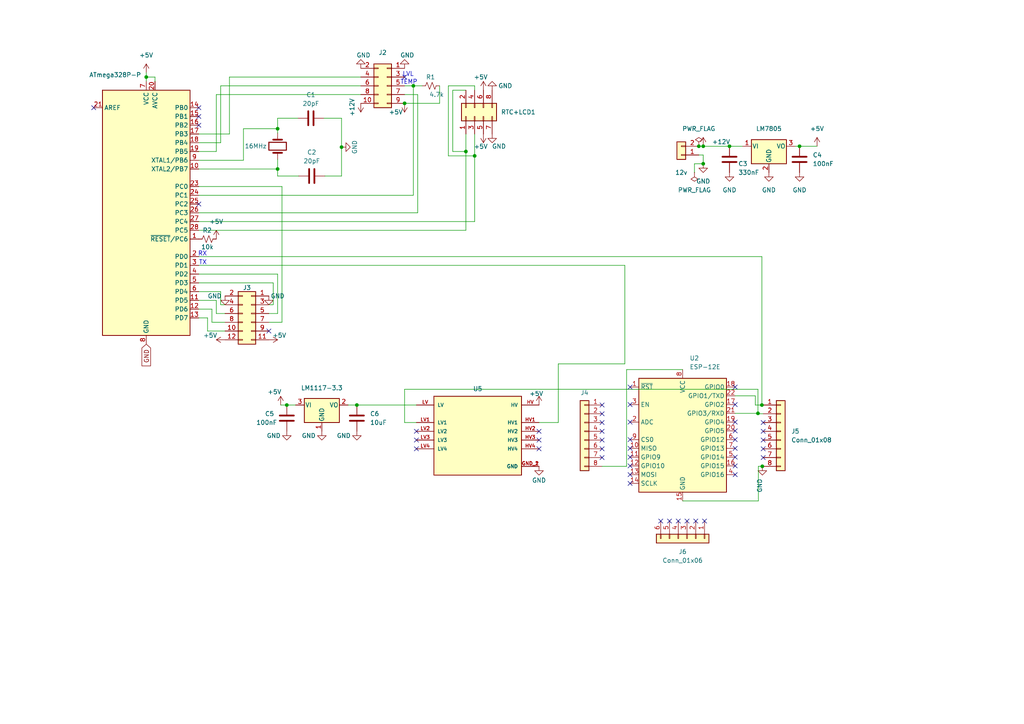
<source format=kicad_sch>
(kicad_sch (version 20211123) (generator eeschema)
  (paper "A4")
  (lib_symbols
    (symbol "BOB-12009:BOB-12009" (pin_names (offset 1.016))
      (property "Reference" "U" (at -12.7 11.43 0))
      (property "Value" "BOB-12009" (at -12.7 -15.24 0))
      (symbol "BOB-12009_0_0"
        (rectangle (start -12.7 -12.7) (end 12.7 10.16) (stroke (width 0.254)) (fill (type background)))
        (pin power_in line (at 17.78 -10.16 180) (length 5.08) (name "GND") (number "GND_1"))
        (pin power_in line (at 17.78 -10.16 180) (length 5.08) (name "GND") (number "GND_2"))
        (pin bidirectional line (at 17.78 7.62 180) (length 5.08) (name "HV") (number "HV"))
        (pin bidirectional line (at 17.78 2.54 180) (length 5.08) (name "HV1") (number "HV1"))
        (pin bidirectional line (at 17.78 0 180) (length 5.08) (name "HV2") (number "HV2"))
        (pin bidirectional line (at 17.78 -2.54 180) (length 5.08) (name "HV3") (number "HV3"))
        (pin bidirectional line (at 17.78 -5.08 180) (length 5.08) (name "HV4") (number "HV4"))
        (pin bidirectional line (at -17.78 7.62 0) (length 5.08) (name "LV") (number "LV"))
        (pin bidirectional line (at -17.78 2.54 0) (length 5.08) (name "LV1") (number "LV1"))
        (pin bidirectional line (at -17.78 0 0) (length 5.08) (name "LV2") (number "LV2"))
        (pin bidirectional line (at -17.78 -2.54 0) (length 5.08) (name "LV3") (number "LV3"))
        (pin bidirectional line (at -17.78 -5.08 0) (length 5.08) (name "LV4") (number "LV4"))
      )
    )
    (symbol "Conn_01x02_2" (pin_names (offset 1.016) hide)
      (property "Value" "12v" (at 0 5.08 0))
      (symbol "Conn_01x02_2_1_1"
        (rectangle (start -1.27 -2.413) (end 0 -2.667) (stroke (width 0.1524)))
        (rectangle (start -1.27 0.127) (end 0 -0.127) (stroke (width 0.1524)))
        (rectangle (start -1.27 1.27) (end 1.27 -3.81) (stroke (width 0.254)) (fill (type background)))
        (pin power_in line (at -5.08 0 0) (length 3.81) (name "Pin_1") (number "1"))
        (pin power_in line (at -5.08 -2.54 0) (length 3.81) (name "Pin_2") (number "2"))
      )
    )
    (symbol "Connector_Generic:Conn_01x06" (pin_names (offset 1.016) hide)
      (property "Reference" "J" (at 0 7.62 0))
      (property "Value" "Conn_01x06" (at 0 -10.16 0))
      (symbol "Conn_01x06_1_1"
        (rectangle (start -1.27 -7.493) (end 0 -7.747) (stroke (width 0.1524)))
        (rectangle (start -1.27 -4.953) (end 0 -5.207) (stroke (width 0.1524)))
        (rectangle (start -1.27 -2.413) (end 0 -2.667) (stroke (width 0.1524)))
        (rectangle (start -1.27 0.127) (end 0 -0.127) (stroke (width 0.1524)))
        (rectangle (start -1.27 2.667) (end 0 2.413) (stroke (width 0.1524)))
        (rectangle (start -1.27 5.207) (end 0 4.953) (stroke (width 0.1524)))
        (rectangle (start -1.27 6.35) (end 1.27 -8.89) (stroke (width 0.254)) (fill (type background)))
        (pin passive line (at -5.08 5.08 0) (length 3.81) (name "Pin_1") (number "1"))
        (pin passive line (at -5.08 2.54 0) (length 3.81) (name "Pin_2") (number "2"))
        (pin passive line (at -5.08 0 0) (length 3.81) (name "Pin_3") (number "3"))
        (pin passive line (at -5.08 -2.54 0) (length 3.81) (name "Pin_4") (number "4"))
        (pin passive line (at -5.08 -5.08 0) (length 3.81) (name "Pin_5") (number "5"))
        (pin passive line (at -5.08 -7.62 0) (length 3.81) (name "Pin_6") (number "6"))
      )
    )
    (symbol "Connector_Generic:Conn_01x08" (pin_names (offset 1.016) hide)
      (property "Reference" "J" (at 0 10.16 0))
      (property "Value" "Conn_01x08" (at 0 -12.7 0))
      (symbol "Conn_01x08_1_1"
        (rectangle (start -1.27 -10.033) (end 0 -10.287) (stroke (width 0.1524)))
        (rectangle (start -1.27 -7.493) (end 0 -7.747) (stroke (width 0.1524)))
        (rectangle (start -1.27 -4.953) (end 0 -5.207) (stroke (width 0.1524)))
        (rectangle (start -1.27 -2.413) (end 0 -2.667) (stroke (width 0.1524)))
        (rectangle (start -1.27 0.127) (end 0 -0.127) (stroke (width 0.1524)))
        (rectangle (start -1.27 2.667) (end 0 2.413) (stroke (width 0.1524)))
        (rectangle (start -1.27 5.207) (end 0 4.953) (stroke (width 0.1524)))
        (rectangle (start -1.27 7.747) (end 0 7.493) (stroke (width 0.1524)))
        (rectangle (start -1.27 8.89) (end 1.27 -11.43) (stroke (width 0.254)) (fill (type background)))
        (pin passive line (at -5.08 7.62 0) (length 3.81) (name "Pin_1") (number "1"))
        (pin passive line (at -5.08 5.08 0) (length 3.81) (name "Pin_2") (number "2"))
        (pin passive line (at -5.08 2.54 0) (length 3.81) (name "Pin_3") (number "3"))
        (pin passive line (at -5.08 0 0) (length 3.81) (name "Pin_4") (number "4"))
        (pin passive line (at -5.08 -2.54 0) (length 3.81) (name "Pin_5") (number "5"))
        (pin passive line (at -5.08 -5.08 0) (length 3.81) (name "Pin_6") (number "6"))
        (pin passive line (at -5.08 -7.62 0) (length 3.81) (name "Pin_7") (number "7"))
        (pin passive line (at -5.08 -10.16 0) (length 3.81) (name "Pin_8") (number "8"))
      )
    )
    (symbol "Connector_Generic:Conn_02x04_Odd_Even" (pin_names (offset 1.016) hide)
      (property "Reference" "J" (at 1.27 5.08 0))
      (property "Value" "Conn_02x04_Odd_Even" (at 1.27 -7.62 0))
      (symbol "Conn_02x04_Odd_Even_1_1"
        (rectangle (start -1.27 -4.953) (end 0 -5.207) (stroke (width 0.1524)))
        (rectangle (start -1.27 -2.413) (end 0 -2.667) (stroke (width 0.1524)))
        (rectangle (start -1.27 0.127) (end 0 -0.127) (stroke (width 0.1524)))
        (rectangle (start -1.27 2.667) (end 0 2.413) (stroke (width 0.1524)))
        (rectangle (start -1.27 3.81) (end 3.81 -6.35) (stroke (width 0.254)) (fill (type background)))
        (rectangle (start 3.81 -4.953) (end 2.54 -5.207) (stroke (width 0.1524)))
        (rectangle (start 3.81 -2.413) (end 2.54 -2.667) (stroke (width 0.1524)))
        (rectangle (start 3.81 0.127) (end 2.54 -0.127) (stroke (width 0.1524)))
        (rectangle (start 3.81 2.667) (end 2.54 2.413) (stroke (width 0.1524)))
        (pin passive line (at -5.08 2.54 0) (length 3.81) (name "Pin_1") (number "1"))
        (pin passive line (at 7.62 2.54 180) (length 3.81) (name "Pin_2") (number "2"))
        (pin passive line (at -5.08 0 0) (length 3.81) (name "Pin_3") (number "3"))
        (pin passive line (at 7.62 0 180) (length 3.81) (name "Pin_4") (number "4"))
        (pin passive line (at -5.08 -2.54 0) (length 3.81) (name "Pin_5") (number "5"))
        (pin passive line (at 7.62 -2.54 180) (length 3.81) (name "Pin_6") (number "6"))
        (pin passive line (at -5.08 -5.08 0) (length 3.81) (name "Pin_7") (number "7"))
        (pin passive line (at 7.62 -5.08 180) (length 3.81) (name "Pin_8") (number "8"))
      )
    )
    (symbol "Connector_Generic:Conn_02x05_Odd_Even" (pin_names (offset 1.016) hide)
      (property "Reference" "J" (at 1.27 7.62 0))
      (property "Value" "Conn_02x05_Odd_Even" (at 1.27 -7.62 0))
      (symbol "Conn_02x05_Odd_Even_1_1"
        (rectangle (start -1.27 -4.953) (end 0 -5.207) (stroke (width 0.1524)))
        (rectangle (start -1.27 -2.413) (end 0 -2.667) (stroke (width 0.1524)))
        (rectangle (start -1.27 0.127) (end 0 -0.127) (stroke (width 0.1524)))
        (rectangle (start -1.27 2.667) (end 0 2.413) (stroke (width 0.1524)))
        (rectangle (start -1.27 5.207) (end 0 4.953) (stroke (width 0.1524)))
        (rectangle (start -1.27 6.35) (end 3.81 -6.35) (stroke (width 0.254)) (fill (type background)))
        (rectangle (start 3.81 -4.953) (end 2.54 -5.207) (stroke (width 0.1524)))
        (rectangle (start 3.81 -2.413) (end 2.54 -2.667) (stroke (width 0.1524)))
        (rectangle (start 3.81 0.127) (end 2.54 -0.127) (stroke (width 0.1524)))
        (rectangle (start 3.81 2.667) (end 2.54 2.413) (stroke (width 0.1524)))
        (rectangle (start 3.81 5.207) (end 2.54 4.953) (stroke (width 0.1524)))
        (pin passive line (at -5.08 5.08 0) (length 3.81) (name "Pin_1") (number "1"))
        (pin passive line (at 7.62 -5.08 180) (length 3.81) (name "Pin_10") (number "10"))
        (pin passive line (at 7.62 5.08 180) (length 3.81) (name "Pin_2") (number "2"))
        (pin passive line (at -5.08 2.54 0) (length 3.81) (name "Pin_3") (number "3"))
        (pin passive line (at 7.62 2.54 180) (length 3.81) (name "Pin_4") (number "4"))
        (pin passive line (at -5.08 0 0) (length 3.81) (name "Pin_5") (number "5"))
        (pin passive line (at 7.62 0 180) (length 3.81) (name "Pin_6") (number "6"))
        (pin passive line (at -5.08 -2.54 0) (length 3.81) (name "Pin_7") (number "7"))
        (pin passive line (at 7.62 -2.54 180) (length 3.81) (name "Pin_8") (number "8"))
        (pin passive line (at -5.08 -5.08 0) (length 3.81) (name "Pin_9") (number "9"))
      )
    )
    (symbol "Connector_Generic:Conn_02x06_Odd_Even" (pin_names (offset 1.016) hide)
      (property "Reference" "J" (at 1.27 7.62 0))
      (property "Value" "Conn_02x06_Odd_Even" (at 1.27 -10.16 0))
      (symbol "Conn_02x06_Odd_Even_1_1"
        (rectangle (start -1.27 -7.493) (end 0 -7.747) (stroke (width 0.1524)))
        (rectangle (start -1.27 -4.953) (end 0 -5.207) (stroke (width 0.1524)))
        (rectangle (start -1.27 -2.413) (end 0 -2.667) (stroke (width 0.1524)))
        (rectangle (start -1.27 0.127) (end 0 -0.127) (stroke (width 0.1524)))
        (rectangle (start -1.27 2.667) (end 0 2.413) (stroke (width 0.1524)))
        (rectangle (start -1.27 5.207) (end 0 4.953) (stroke (width 0.1524)))
        (rectangle (start -1.27 6.35) (end 3.81 -8.89) (stroke (width 0.254)) (fill (type background)))
        (rectangle (start 3.81 -7.493) (end 2.54 -7.747) (stroke (width 0.1524)))
        (rectangle (start 3.81 -4.953) (end 2.54 -5.207) (stroke (width 0.1524)))
        (rectangle (start 3.81 -2.413) (end 2.54 -2.667) (stroke (width 0.1524)))
        (rectangle (start 3.81 0.127) (end 2.54 -0.127) (stroke (width 0.1524)))
        (rectangle (start 3.81 2.667) (end 2.54 2.413) (stroke (width 0.1524)))
        (rectangle (start 3.81 5.207) (end 2.54 4.953) (stroke (width 0.1524)))
        (pin passive line (at -5.08 5.08 0) (length 3.81) (name "Pin_1") (number "1"))
        (pin passive line (at 7.62 -5.08 180) (length 3.81) (name "Pin_10") (number "10"))
        (pin passive line (at -5.08 -7.62 0) (length 3.81) (name "Pin_11") (number "11"))
        (pin passive line (at 7.62 -7.62 180) (length 3.81) (name "Pin_12") (number "12"))
        (pin passive line (at 7.62 5.08 180) (length 3.81) (name "Pin_2") (number "2"))
        (pin passive line (at -5.08 2.54 0) (length 3.81) (name "Pin_3") (number "3"))
        (pin passive line (at 7.62 2.54 180) (length 3.81) (name "Pin_4") (number "4"))
        (pin passive line (at -5.08 0 0) (length 3.81) (name "Pin_5") (number "5"))
        (pin passive line (at 7.62 0 180) (length 3.81) (name "Pin_6") (number "6"))
        (pin passive line (at -5.08 -2.54 0) (length 3.81) (name "Pin_7") (number "7"))
        (pin passive line (at 7.62 -2.54 180) (length 3.81) (name "Pin_8") (number "8"))
        (pin passive line (at -5.08 -5.08 0) (length 3.81) (name "Pin_9") (number "9"))
      )
    )
    (symbol "Device:C" (pin_numbers hide) (pin_names (offset 0.254))
      (property "Reference" "C" (at 0.635 2.54 0))
      (property "Value" "C" (at 0.635 -2.54 0))
      (symbol "C_0_1"
        (polyline (pts (xy -2.032 -0.762) (xy 2.032 -0.762)) (stroke (width 0.508)))
        (polyline (pts (xy -2.032 0.762) (xy 2.032 0.762)) (stroke (width 0.508)))
      )
      (symbol "C_1_1"
        (pin passive line (at 0 3.81 270) (length 2.794) (name "~") (number "1"))
        (pin passive line (at 0 -3.81 90) (length 2.794) (name "~") (number "2"))
      )
    )
    (symbol "Device:Crystal" (pin_numbers hide) (pin_names (offset 1.016) hide)
      (property "Reference" "Y" (at 0 3.81 0))
      (property "Value" "Crystal" (at 0 -3.81 0))
      (symbol "Crystal_0_1"
        (rectangle (start -1.143 2.54) (end 1.143 -2.54) (stroke (width 0.3048)))
        (polyline (pts (xy -2.54 0) (xy -1.905 0)))
        (polyline (pts (xy -1.905 -1.27) (xy -1.905 1.27)) (stroke (width 0.508)))
        (polyline (pts (xy 1.905 -1.27) (xy 1.905 1.27)) (stroke (width 0.508)))
        (polyline (pts (xy 2.54 0) (xy 1.905 0)))
      )
      (symbol "Crystal_1_1"
        (pin passive line (at -3.81 0 0) (length 1.27) (name "1") (number "1"))
        (pin passive line (at 3.81 0 180) (length 1.27) (name "2") (number "2"))
      )
    )
    (symbol "Device:R_Small_US" (pin_numbers hide) (pin_names (offset 0.254) hide)
      (property "Reference" "R" (at 0.762 0.508 0))
      (property "Value" "R_Small_US" (at 0.762 -1.016 0))
      (symbol "R_Small_US_1_1"
        (polyline (pts (xy 0 0) (xy 1.016 -0.381) (xy 0 -0.762) (xy -1.016 -1.143) (xy 0 -1.524)))
        (polyline (pts (xy 0 1.524) (xy 1.016 1.143) (xy 0 0.762) (xy -1.016 0.381) (xy 0 0)))
        (pin passive line (at 0 2.54 270) (length 1.016) (name "~") (number "1"))
        (pin passive line (at 0 -2.54 90) (length 1.016) (name "~") (number "2"))
      )
    )
    (symbol "MCU_Microchip_ATmega:ATmega328P-P"
      (property "Reference" "U" (at -12.7 36.83 0))
      (property "Value" "ATmega328P-P" (at 2.54 -36.83 0))
      (symbol "ATmega328P-P_0_1"
        (rectangle (start -12.7 -35.56) (end 12.7 35.56) (stroke (width 0.254)) (fill (type background)))
      )
      (symbol "ATmega328P-P_1_1"
        (pin bidirectional line (at 15.24 -7.62 180) (length 2.54) (name "~{RESET}/PC6") (number "1"))
        (pin bidirectional line (at 15.24 12.7 180) (length 2.54) (name "XTAL2/PB7") (number "10"))
        (pin bidirectional line (at 15.24 -25.4 180) (length 2.54) (name "PD5") (number "11"))
        (pin bidirectional line (at 15.24 -27.94 180) (length 2.54) (name "PD6") (number "12"))
        (pin bidirectional line (at 15.24 -30.48 180) (length 2.54) (name "PD7") (number "13"))
        (pin bidirectional line (at 15.24 30.48 180) (length 2.54) (name "PB0") (number "14"))
        (pin bidirectional line (at 15.24 27.94 180) (length 2.54) (name "PB1") (number "15"))
        (pin bidirectional line (at 15.24 25.4 180) (length 2.54) (name "PB2") (number "16"))
        (pin bidirectional line (at 15.24 22.86 180) (length 2.54) (name "PB3") (number "17"))
        (pin bidirectional line (at 15.24 20.32 180) (length 2.54) (name "PB4") (number "18"))
        (pin bidirectional line (at 15.24 17.78 180) (length 2.54) (name "PB5") (number "19"))
        (pin bidirectional line (at 15.24 -12.7 180) (length 2.54) (name "PD0") (number "2"))
        (pin power_in line (at 2.54 38.1 270) (length 2.54) (name "AVCC") (number "20"))
        (pin passive line (at -15.24 30.48 0) (length 2.54) (name "AREF") (number "21"))
        (pin passive line (at 0 -38.1 90) (length 2.54) hide (name "GND") (number "22"))
        (pin bidirectional line (at 15.24 7.62 180) (length 2.54) (name "PC0") (number "23"))
        (pin bidirectional line (at 15.24 5.08 180) (length 2.54) (name "PC1") (number "24"))
        (pin bidirectional line (at 15.24 2.54 180) (length 2.54) (name "PC2") (number "25"))
        (pin bidirectional line (at 15.24 0 180) (length 2.54) (name "PC3") (number "26"))
        (pin bidirectional line (at 15.24 -2.54 180) (length 2.54) (name "PC4") (number "27"))
        (pin bidirectional line (at 15.24 -5.08 180) (length 2.54) (name "PC5") (number "28"))
        (pin bidirectional line (at 15.24 -15.24 180) (length 2.54) (name "PD1") (number "3"))
        (pin bidirectional line (at 15.24 -17.78 180) (length 2.54) (name "PD2") (number "4"))
        (pin bidirectional line (at 15.24 -20.32 180) (length 2.54) (name "PD3") (number "5"))
        (pin bidirectional line (at 15.24 -22.86 180) (length 2.54) (name "PD4") (number "6"))
        (pin power_in line (at 0 38.1 270) (length 2.54) (name "VCC") (number "7"))
        (pin power_in line (at 0 -38.1 90) (length 2.54) (name "GND") (number "8"))
        (pin bidirectional line (at 15.24 15.24 180) (length 2.54) (name "XTAL1/PB6") (number "9"))
      )
    )
    (symbol "RF_Module:ESP-12E"
      (property "Reference" "U" (at -12.7 19.05 0))
      (property "Value" "ESP-12E" (at 12.7 19.05 0))
      (symbol "ESP-12E_0_1"
        (rectangle (start -12.7 17.78) (end 12.7 -15.24) (stroke (width 0.254)) (fill (type background)))
      )
      (symbol "ESP-12E_1_1"
        (pin input line (at -15.24 15.24 0) (length 2.54) (name "~{RST}") (number "1"))
        (pin bidirectional line (at -15.24 -2.54 0) (length 2.54) (name "MISO") (number "10"))
        (pin bidirectional line (at -15.24 -5.08 0) (length 2.54) (name "GPIO9") (number "11"))
        (pin bidirectional line (at -15.24 -7.62 0) (length 2.54) (name "GPIO10") (number "12"))
        (pin bidirectional line (at -15.24 -10.16 0) (length 2.54) (name "MOSI") (number "13"))
        (pin bidirectional line (at -15.24 -12.7 0) (length 2.54) (name "SCLK") (number "14"))
        (pin power_in line (at 0 -17.78 90) (length 2.54) (name "GND") (number "15"))
        (pin bidirectional line (at 15.24 -7.62 180) (length 2.54) (name "GPIO15") (number "16"))
        (pin bidirectional line (at 15.24 10.16 180) (length 2.54) (name "GPIO2") (number "17"))
        (pin bidirectional line (at 15.24 15.24 180) (length 2.54) (name "GPIO0") (number "18"))
        (pin bidirectional line (at 15.24 5.08 180) (length 2.54) (name "GPIO4") (number "19"))
        (pin input line (at -15.24 5.08 0) (length 2.54) (name "ADC") (number "2"))
        (pin bidirectional line (at 15.24 2.54 180) (length 2.54) (name "GPIO5") (number "20"))
        (pin bidirectional line (at 15.24 7.62 180) (length 2.54) (name "GPIO3/RXD") (number "21"))
        (pin bidirectional line (at 15.24 12.7 180) (length 2.54) (name "GPIO1/TXD") (number "22"))
        (pin input line (at -15.24 10.16 0) (length 2.54) (name "EN") (number "3"))
        (pin bidirectional line (at 15.24 -10.16 180) (length 2.54) (name "GPIO16") (number "4"))
        (pin bidirectional line (at 15.24 -5.08 180) (length 2.54) (name "GPIO14") (number "5"))
        (pin bidirectional line (at 15.24 0 180) (length 2.54) (name "GPIO12") (number "6"))
        (pin bidirectional line (at 15.24 -2.54 180) (length 2.54) (name "GPIO13") (number "7"))
        (pin power_in line (at 0 20.32 270) (length 2.54) (name "VCC") (number "8"))
        (pin input line (at -15.24 0 0) (length 2.54) (name "CS0") (number "9"))
      )
    )
    (symbol "Regulator_Linear:LM1117-3.3" (pin_names (offset 0.254))
      (property "Reference" "U" (at -3.81 3.175 0))
      (property "Value" "LM1117-3.3" (at 0 3.175 0))
      (symbol "LM1117-3.3_0_1"
        (rectangle (start -5.08 -5.08) (end 5.08 1.905) (stroke (width 0.254)) (fill (type background)))
      )
      (symbol "LM1117-3.3_1_1"
        (pin power_in line (at 0 -7.62 90) (length 2.54) (name "GND") (number "1"))
        (pin power_out line (at 7.62 0 180) (length 2.54) (name "VO") (number "2"))
        (pin power_in line (at -7.62 0 0) (length 2.54) (name "VI") (number "3"))
      )
    )
    (symbol "Regulator_Linear:LM7805_TO220" (pin_names (offset 0.254))
      (property "Reference" "U" (at -3.81 3.175 0))
      (property "Value" "LM7805_TO220" (at 0 3.175 0))
      (symbol "LM7805_TO220_0_1"
        (rectangle (start -5.08 1.905) (end 5.08 -5.08) (stroke (width 0.254)) (fill (type background)))
      )
      (symbol "LM7805_TO220_1_1"
        (pin power_in line (at -7.62 0 0) (length 2.54) (name "VI") (number "1"))
        (pin power_in line (at 0 -7.62 90) (length 2.54) (name "GND") (number "2"))
        (pin power_out line (at 7.62 0 180) (length 2.54) (name "VO") (number "3"))
      )
    )
    (symbol "power:+12V" (power) (pin_names (offset 0))
      (property "Value" "+12V" (at 0 3.556 0))
      (symbol "+12V_0_1"
        (polyline (pts (xy -0.762 1.27) (xy 0 2.54)))
        (polyline (pts (xy 0 0) (xy 0 2.54)))
        (polyline (pts (xy 0 2.54) (xy 0.762 1.27)))
      )
      (symbol "+12V_1_1"
        (pin power_in line (at 0 0 90) (length 0) hide (name "+12V") (number "1"))
      )
    )
    (symbol "power:+5V" (power) (pin_names (offset 0))
      (property "Value" "+5V" (at 0 3.556 0))
      (symbol "+5V_0_1"
        (polyline (pts (xy -0.762 1.27) (xy 0 2.54)))
        (polyline (pts (xy 0 0) (xy 0 2.54)))
        (polyline (pts (xy 0 2.54) (xy 0.762 1.27)))
      )
      (symbol "+5V_1_1"
        (pin power_in line (at 0 0 90) (length 0) hide (name "+5V") (number "1"))
      )
    )
    (symbol "power:GND" (power) (pin_names (offset 0))
      (property "Value" "GND" (at 0 -3.81 0))
      (symbol "GND_0_1"
        (polyline (pts (xy 0 0) (xy 0 -1.27) (xy 1.27 -1.27) (xy 0 -2.54) (xy -1.27 -1.27) (xy 0 -1.27)))
      )
      (symbol "GND_1_1"
        (pin power_in line (at 0 0 270) (length 0) hide (name "GND") (number "1"))
      )
    )
    (symbol "power:PWR_FLAG" (power) (pin_numbers hide) (pin_names (offset 0) hide)
      (property "Value" "PWR_FLAG" (at 0 3.81 0))
      (symbol "PWR_FLAG_0_0"
        (pin power_out line (at 0 0 90) (length 0) (name "pwr") (number "1"))
      )
      (symbol "PWR_FLAG_0_1"
        (polyline (pts (xy 0 0) (xy 0 1.27) (xy -1.016 1.905) (xy 0 2.54) (xy 1.016 1.905) (xy 0 1.27)))
      )
    )
  )
  (junction (at 221.107 135.255))
  (junction (at 137.668 45.212))
  (junction (at 42.418 22.352))
  (junction (at 203.962 42.418))
  (junction (at 99.06 42.672))
  (junction (at 231.902 42.418))
  (junction (at 220.98 117.475))
  (junction (at 135.128 43.942))
  (junction (at 202.692 42.418))
  (junction (at 203.962 47.498))
  (junction (at 211.582 42.418))
  (junction (at 80.518 37.338))
  (junction (at 219.837 119.888))
  (junction (at 117.348 29.972))
  (junction (at 83.185 117.475))
  (junction (at 119.888 24.892))
  (junction (at 80.518 49.022))
  (junction (at 103.505 117.475))
  (no_connect (at 77.978 96.012))
  (no_connect (at 120.777 130.175))
  (no_connect (at 213.233 112.268))
  (no_connect (at 213.233 117.348))
  (no_connect (at 213.233 122.428))
  (no_connect (at 213.233 124.968))
  (no_connect (at 213.233 127.508))
  (no_connect (at 213.233 130.048))
  (no_connect (at 213.233 132.588))
  (no_connect (at 213.233 135.128))
  (no_connect (at 174.625 125.095))
  (no_connect (at 174.625 127.635))
  (no_connect (at 174.625 132.715))
  (no_connect (at 174.625 130.175))
  (no_connect (at 174.625 122.555))
  (no_connect (at 182.753 122.428))
  (no_connect (at 182.753 117.348))
  (no_connect (at 174.625 117.475))
  (no_connect (at 174.625 120.015))
  (no_connect (at 213.233 137.668))
  (no_connect (at 191.643 151.13))
  (no_connect (at 194.183 151.13))
  (no_connect (at 196.723 151.13))
  (no_connect (at 199.263 151.13))
  (no_connect (at 201.803 151.13))
  (no_connect (at 204.343 151.13))
  (no_connect (at 182.753 140.208))
  (no_connect (at 182.753 137.668))
  (no_connect (at 182.753 135.128))
  (no_connect (at 182.753 112.268))
  (no_connect (at 182.753 132.588))
  (no_connect (at 182.753 130.048))
  (no_connect (at 182.753 127.508))
  (no_connect (at 120.777 127.635))
  (no_connect (at 27.178 31.242))
  (no_connect (at 221.361 122.555))
  (no_connect (at 221.361 125.095))
  (no_connect (at 221.361 127.635))
  (no_connect (at 221.361 130.175))
  (no_connect (at 221.361 132.715))
  (no_connect (at 57.658 33.782))
  (no_connect (at 57.658 31.242))
  (no_connect (at 57.658 59.182))
  (no_connect (at 156.337 127.635))
  (no_connect (at 57.658 36.322))
  (no_connect (at 120.777 125.095))
  (no_connect (at 156.337 130.175))
  (no_connect (at 117.348 22.352))
  (no_connect (at 156.337 125.095))
  (wire (pts (xy 86.614 51.054) (xy 80.518 51.054)))
  (wire (pts (xy 57.658 76.962) (xy 181.229 76.962)))
  (wire (pts (xy 156.337 122.555) (xy 161.925 122.555)))
  (wire (pts (xy 197.993 145.288) (xy 219.964 145.288)))
  (wire (pts (xy 57.658 66.802) (xy 135.128 66.802)))
  (wire (pts (xy 57.658 61.722) (xy 121.158 61.722)))
  (wire (pts (xy 161.925 105.537) (xy 181.229 105.537)))
  (wire (pts (xy 61.468 89.662) (xy 57.658 89.662)))
  (wire (pts (xy 77.978 88.392) (xy 79.248 88.392)))
  (wire (pts (xy 119.888 24.892) (xy 122.428 24.892)))
  (wire (pts (xy 137.668 38.862) (xy 137.668 45.212)))
  (wire (pts (xy 127.508 29.972) (xy 117.348 29.972)))
  (wire (pts (xy 81.788 93.472) (xy 77.978 93.472)))
  (wire (pts (xy 42.418 22.352) (xy 42.418 23.622)))
  (wire (pts (xy 99.06 34.29) (xy 99.06 42.672)))
  (wire (pts (xy 57.658 82.042) (xy 79.248 82.042)))
  (wire (pts (xy 137.668 24.892) (xy 130.048 24.892)))
  (wire (pts (xy 219.964 135.255) (xy 221.107 135.255)))
  (wire (pts (xy 57.658 64.262) (xy 137.668 64.262)))
  (wire (pts (xy 57.658 46.482) (xy 70.612 46.482)))
  (wire (pts (xy 60.198 92.202) (xy 57.658 92.202)))
  (wire (pts (xy 80.518 51.054) (xy 80.518 49.022)))
  (wire (pts (xy 62.738 43.942) (xy 62.738 27.432)))
  (wire (pts (xy 83.185 117.475) (xy 85.725 117.475)))
  (wire (pts (xy 135.128 38.862) (xy 135.128 43.942)))
  (wire (pts (xy 57.658 41.402) (xy 64.008 41.402)))
  (wire (pts (xy 161.925 122.555) (xy 161.925 105.537)))
  (wire (pts (xy 213.233 119.888) (xy 219.837 119.888)))
  (wire (pts (xy 80.518 34.29) (xy 80.518 37.338)))
  (wire (pts (xy 203.962 42.418) (xy 211.582 42.418)))
  (wire (pts (xy 57.658 43.942) (xy 62.738 43.942)))
  (wire (pts (xy 44.958 23.622) (xy 44.958 22.352)))
  (wire (pts (xy 117.348 112.903) (xy 219.837 112.903)))
  (wire (pts (xy 220.98 117.475) (xy 221.361 117.475)))
  (wire (pts (xy 202.692 42.418) (xy 203.962 42.418)))
  (wire (pts (xy 117.348 24.892) (xy 119.888 24.892)))
  (wire (pts (xy 64.008 88.392) (xy 65.278 88.392)))
  (wire (pts (xy 131.318 26.162) (xy 131.318 43.942)))
  (wire (pts (xy 130.048 45.212) (xy 137.668 45.212)))
  (wire (pts (xy 117.348 122.555) (xy 120.777 122.555)))
  (wire (pts (xy 211.582 42.418) (xy 215.392 42.418)))
  (wire (pts (xy 57.658 79.502) (xy 80.518 79.502)))
  (wire (pts (xy 99.06 51.054) (xy 99.06 42.672)))
  (wire (pts (xy 203.962 47.498) (xy 203.962 44.958)))
  (wire (pts (xy 181.737 135.255) (xy 181.737 107.188)))
  (wire (pts (xy 62.738 87.122) (xy 57.658 87.122)))
  (wire (pts (xy 181.737 107.188) (xy 197.993 107.188)))
  (wire (pts (xy 61.468 93.472) (xy 65.278 93.472)))
  (wire (pts (xy 121.158 27.432) (xy 121.158 61.722)))
  (wire (pts (xy 62.738 27.432) (xy 104.648 27.432)))
  (wire (pts (xy 80.518 49.022) (xy 57.658 49.022)))
  (wire (pts (xy 81.788 54.102) (xy 81.788 93.472)))
  (wire (pts (xy 70.612 46.482) (xy 70.612 37.338)))
  (wire (pts (xy 57.658 74.422) (xy 220.98 74.422)))
  (wire (pts (xy 219.837 112.903) (xy 219.837 119.888)))
  (wire (pts (xy 181.229 105.537) (xy 181.229 76.962)))
  (wire (pts (xy 64.008 84.582) (xy 57.658 84.582)))
  (wire (pts (xy 57.658 54.102) (xy 81.788 54.102)))
  (wire (pts (xy 86.36 34.29) (xy 80.518 34.29)))
  (wire (pts (xy 201.422 50.038) (xy 201.422 47.498)))
  (wire (pts (xy 77.978 90.932) (xy 80.518 90.932)))
  (wire (pts (xy 80.518 37.338) (xy 70.612 37.338)))
  (wire (pts (xy 119.888 24.892) (xy 119.888 56.642)))
  (wire (pts (xy 221.107 135.255) (xy 221.361 135.255)))
  (wire (pts (xy 219.075 117.475) (xy 220.98 117.475)))
  (wire (pts (xy 202.692 44.958) (xy 203.962 44.958)))
  (wire (pts (xy 80.518 38.608) (xy 80.518 37.338)))
  (wire (pts (xy 220.98 74.422) (xy 220.98 117.475)))
  (wire (pts (xy 64.008 88.392) (xy 64.008 84.582)))
  (wire (pts (xy 135.128 43.942) (xy 135.128 66.802)))
  (wire (pts (xy 219.837 120.015) (xy 221.361 120.015)))
  (wire (pts (xy 60.198 96.012) (xy 65.278 96.012)))
  (wire (pts (xy 135.128 26.162) (xy 131.318 26.162)))
  (wire (pts (xy 81.407 117.475) (xy 83.185 117.475)))
  (wire (pts (xy 104.648 22.352) (xy 66.548 22.352)))
  (wire (pts (xy 230.632 42.418) (xy 231.902 42.418)))
  (wire (pts (xy 80.518 79.502) (xy 80.518 90.932)))
  (wire (pts (xy 117.348 27.432) (xy 121.158 27.432)))
  (wire (pts (xy 42.418 22.352) (xy 44.958 22.352)))
  (wire (pts (xy 66.548 22.352) (xy 66.548 38.862)))
  (wire (pts (xy 62.738 87.122) (xy 62.738 90.932)))
  (wire (pts (xy 64.008 24.892) (xy 104.648 24.892)))
  (wire (pts (xy 100.965 117.475) (xy 103.505 117.475)))
  (wire (pts (xy 117.348 112.903) (xy 117.348 122.555)))
  (wire (pts (xy 61.468 93.472) (xy 61.468 89.662)))
  (wire (pts (xy 65.278 90.932) (xy 62.738 90.932)))
  (wire (pts (xy 60.198 96.012) (xy 60.198 92.202)))
  (wire (pts (xy 219.837 119.888) (xy 219.837 120.015)))
  (wire (pts (xy 231.902 42.418) (xy 236.982 42.418)))
  (wire (pts (xy 64.008 41.402) (xy 64.008 24.892)))
  (wire (pts (xy 137.668 26.162) (xy 137.668 24.892)))
  (wire (pts (xy 201.422 47.498) (xy 203.962 47.498)))
  (wire (pts (xy 103.505 117.475) (xy 120.777 117.475)))
  (wire (pts (xy 57.658 38.862) (xy 66.548 38.862)))
  (wire (pts (xy 94.234 51.054) (xy 99.06 51.054)))
  (wire (pts (xy 127.508 24.892) (xy 127.508 29.972)))
  (wire (pts (xy 174.625 135.255) (xy 181.737 135.255)))
  (wire (pts (xy 79.248 88.392) (xy 79.248 82.042)))
  (wire (pts (xy 130.048 24.892) (xy 130.048 45.212)))
  (wire (pts (xy 137.668 45.212) (xy 137.668 64.262)))
  (wire (pts (xy 57.658 56.642) (xy 119.888 56.642)))
  (wire (pts (xy 219.075 114.808) (xy 219.075 117.475)))
  (wire (pts (xy 213.233 114.808) (xy 219.075 114.808)))
  (wire (pts (xy 42.418 21.082) (xy 42.418 22.352)))
  (wire (pts (xy 131.318 43.942) (xy 135.128 43.942)))
  (wire (pts (xy 93.98 34.29) (xy 99.06 34.29)))
  (wire (pts (xy 80.518 46.228) (xy 80.518 49.022)))
  (wire (pts (xy 219.964 145.288) (xy 219.964 135.255)))
  (text "RX" (at 57.404 74.422 0) (effects (font (size 1.27 1.27)) (justify left bottom)))
  (text "LVL" (at 116.713 22.352 0) (effects (font (size 1.27 1.27)) (justify left bottom)))
  (text "TEMP\n" (at 116.078 24.638 0) (effects (font (size 1.27 1.27)) (justify left bottom)))
  (text "TX" (at 57.658 76.962 0) (effects (font (size 1.27 1.27)) (justify left bottom)))
  (global_label "GND" (shape input) (at 42.418 99.822 270) (property "Intersheet References" "${INTERSHEET_REFS}" (effects hide)))
  (symbol (lib_id "power:GND") (at 77.978 85.852 0) (unit 1)
    (property "Reference" "#PWR0106" (effects hide))
    (property "Value" "GND" (at 80.518 85.852 0))
  )
  (symbol (lib_id "power:GND") (at 142.748 38.862 0) (unit 1)
    (property "Reference" "#PWR0114" (effects hide))
    (property "Value" "GND" (at 144.7292 42.4434 0))
  )
  (symbol (lib_id "power:GND") (at 99.06 42.672 90) (unit 1)
    (property "Reference" "#PWR01" (effects hide))
    (property "Value" "GND" (at 102.87 42.672 0))
  )
  (symbol (lib_id "power:GND") (at 156.337 135.255 0) (unit 1)
    (property "Reference" "#PWR0132" (effects hide))
    (property "Value" "GND" (at 156.337 139.319 0))
  )
  (symbol (lib_id "BOB-12009:BOB-12009") (at 138.557 125.095 0) (unit 1)
    (property "Reference" "U5" (at 138.557 112.776 0))
    (property "Value" "BOB-12009" (effects hide))
    (property "Footprint" "CONV_BOB-12009" (effects hide))
    (property "STANDARD" "Manufacturer Recommendations" (effects hide))
    (property "PARTREV" "01" (effects hide))
    (property "MAXIMUM_PACKAGE_HEIGHT" "N/A" (effects hide))
    (property "MANUFACTURER" "SparkFun Electronics" (effects hide))
  )
  (symbol (lib_id "Connector_Generic:Conn_01x08") (at 226.441 125.095 0) (unit 1)
    (property "Reference" "J5" (at 229.489 125.0949 0) (effects (justify left)))
    (property "Value" "Conn_01x08" (at 229.489 127.6349 0) (effects (justify left)))
    (property "Footprint" "Connector_PinSocket_2.54mm:PinSocket_1x08_P2.54mm_Vertical" (effects hide))
  )
  (symbol (lib_id "power:+5V") (at 81.407 117.475 0) (unit 1)
    (property "Reference" "#PWR0123" (effects hide))
    (property "Value" "+5V" (at 81.661 113.665 0) (effects (justify right)))
  )
  (symbol (lib_id "Connector_Generic:Conn_02x04_Odd_Even") (at 137.668 33.782 90) (unit 1)
    (property "Reference" "RTC+LCD1" (at 145.288 32.5119 90) (effects (justify right)))
    (property "Value" "Conn_02x04_Odd_Even" (effects hide))
    (property "Footprint" "Connector_PinHeader_2.54mm:PinHeader_2x04_P2.54mm_Vertical" (effects hide))
  )
  (symbol (lib_id "Device:R_Small_US") (at 60.198 69.342 90) (unit 1)
    (property "Reference" "R2" (at 61.468 66.802 90) (effects (justify left)))
    (property "Value" "10k" (at 61.976 71.628 90) (effects (justify left)))
    (property "Footprint" "Resistor_THT:R_Axial_DIN0204_L3.6mm_D1.6mm_P1.90mm_Vertical" (effects hide))
  )
  (symbol (lib_id "power:+5V") (at 62.738 69.342 0) (unit 1)
    (property "Reference" "#PWR02" (effects hide))
    (property "Value" "+5V" (at 62.738 64.262 0))
  )
  (symbol (lib_name "Conn_01x02_2") (lib_id "Connector_Generic:Conn_01x02") (at 197.612 44.958 180) (unit 1)
    (property "Reference" "J1" (effects hide))
    (property "Value" "12v" (at 197.612 50.038 0))
    (property "Footprint" "TerminalBlock:TerminalBlock_bornier-2_P5.08mm" (effects hide))
  )
  (symbol (lib_id "power:GND") (at 211.582 50.038 0) (unit 1)
    (property "Reference" "#PWR0126" (effects hide))
    (property "Value" "GND" (at 211.582 55.118 0))
  )
  (symbol (lib_id "power:+5V") (at 117.348 29.972 180) (unit 1)
    (property "Reference" "#PWR0102" (effects hide))
    (property "Value" "+5V" (at 114.808 32.512 0))
  )
  (symbol (lib_id "Device:C") (at 90.424 51.054 90) (unit 1)
    (property "Reference" "C2" (at 90.424 44.1706 90))
    (property "Value" "20pF" (at 90.424 46.7106 90))
    (property "Footprint" "Capacitor_THT:C_Disc_D5.0mm_W2.5mm_P2.50mm" (effects hide))
  )
  (symbol (lib_id "power:GND") (at 104.648 19.812 180) (unit 1)
    (property "Reference" "#PWR0112" (effects hide))
    (property "Value" "GND" (at 103.378 16.002 0) (effects (justify right)))
  )
  (symbol (lib_id "power:+5V") (at 236.982 42.418 0) (unit 1)
    (property "Reference" "#PWR0101" (effects hide))
    (property "Value" "+5V" (at 236.982 37.338 0))
  )
  (symbol (lib_id "power:GND") (at 93.345 125.095 0) (unit 1)
    (property "Reference" "#PWR08" (effects hide))
    (property "Value" "GND" (at 89.535 126.365 0))
  )
  (symbol (lib_id "Regulator_Linear:LM7805_TO220") (at 223.012 42.418 0) (unit 1)
    (property "Reference" "U1" (effects hide))
    (property "Value" "LM7805" (at 223.012 37.338 0))
    (property "Footprint" "Package_TO_SOT_THT:TO-220-3_Vertical" (effects hide))
    (property "Datasheet" "https://www.onsemi.cn/PowerSolutions/document/MC7800-D.PDF" (effects hide))
  )
  (symbol (lib_id "Device:C") (at 83.185 121.285 0) (unit 1)
    (property "Reference" "C5" (at 76.835 120.015 0) (effects (justify left)))
    (property "Value" "100nF" (at 74.295 122.555 0) (effects (justify left)))
    (property "Footprint" "Capacitor_THT:C_Disc_D5.0mm_W2.5mm_P2.50mm" (effects hide))
  )
  (symbol (lib_id "Device:R_Small_US") (at 124.968 24.892 90) (unit 1)
    (property "Reference" "R1" (at 126.238 22.352 90) (effects (justify left)))
    (property "Value" "4.7k" (at 128.778 27.432 90) (effects (justify left)))
    (property "Footprint" "Resistor_THT:R_Axial_DIN0207_L6.3mm_D2.5mm_P7.62mm_Horizontal" (effects hide))
  )
  (symbol (lib_id "Device:Crystal") (at 80.518 42.418 270) (unit 1)
    (property "Reference" "Y1" (effects hide))
    (property "Value" "16MHz" (at 70.9422 42.3672 90) (effects (justify left)))
    (property "Footprint" "Crystal:Crystal_HC49-4H_Vertical" (effects hide))
  )
  (symbol (lib_id "power:PWR_FLAG") (at 201.422 50.038 180) (unit 1)
    (property "Reference" "#FLG0101" (effects hide))
    (property "Value" "PWR_FLAG" (at 201.422 55.118 0))
  )
  (symbol (lib_id "power:+5V") (at 77.978 98.552 270) (unit 1)
    (property "Reference" "#PWR0111" (effects hide))
    (property "Value" "+5V" (at 83.058 97.282 90) (effects (justify right)))
  )
  (symbol (lib_id "Connector_Generic:Conn_01x06") (at 199.263 156.21 270) (unit 1)
    (property "Reference" "J6" (at 197.993 160.02 90))
    (property "Value" "Conn_01x06" (at 197.993 162.56 90))
    (property "Footprint" "Connector_PinSocket_2.54mm:PinSocket_1x06_P2.54mm_Vertical" (effects hide))
  )
  (symbol (lib_id "Device:C") (at 90.17 34.29 90) (unit 1)
    (property "Reference" "C1" (at 90.17 27.5082 90))
    (property "Value" "20pF" (at 90.17 30.0482 90))
    (property "Footprint" "Capacitor_THT:C_Disc_D5.0mm_W2.5mm_P2.50mm" (effects hide))
  )
  (symbol (lib_id "power:GND") (at 203.962 47.498 0) (unit 1)
    (property "Reference" "#PWR0109" (effects hide))
    (property "Value" "GND" (at 203.962 52.578 0))
  )
  (symbol (lib_id "power:GND") (at 231.902 50.038 0) (unit 1)
    (property "Reference" "#PWR0127" (effects hide))
    (property "Value" "GND" (at 231.902 55.118 0))
  )
  (symbol (lib_id "Device:C") (at 211.582 46.228 180) (unit 1)
    (property "Reference" "C3" (at 214.122 47.498 0) (effects (justify right)))
    (property "Value" "330nF" (at 214.122 50.038 0) (effects (justify right)))
    (property "Footprint" "Capacitor_THT:C_Disc_D5.0mm_W2.5mm_P2.50mm" (effects hide))
  )
  (symbol (lib_id "power:+5V") (at 65.278 98.552 90) (unit 1)
    (property "Reference" "#PWR0119" (effects hide))
    (property "Value" "+5V" (at 58.928 97.282 90) (effects (justify right)))
  )
  (symbol (lib_id "power:+5V") (at 42.418 21.082 0) (unit 1)
    (property "Reference" "#PWR0103" (effects hide))
    (property "Value" "+5V" (at 42.418 16.002 0))
  )
  (symbol (lib_id "Connector_Generic:Conn_01x08") (at 169.545 125.095 0) (mirror y) (unit 1)
    (property "Reference" "J4" (at 169.545 113.919 0))
    (property "Value" "Conn_01x08" (effects hide))
    (property "Footprint" "Connector_PinSocket_2.54mm:PinSocket_1x08_P2.54mm_Vertical" (effects hide))
  )
  (symbol (lib_id "power:GND") (at 223.012 50.038 0) (unit 1)
    (property "Reference" "#PWR0110" (effects hide))
    (property "Value" "GND" (at 223.012 55.118 0))
  )
  (symbol (lib_id "MCU_Microchip_ATmega:ATmega328P-P") (at 42.418 61.722 0) (unit 1)
    (property "Reference" "U3" (effects hide))
    (property "Value" "ATmega328P-P" (at 33.401 21.717 0))
    (property "Footprint" "Zocalo de fuerza:Zocalo_fuerza_40" (effects hide))
    (property "Datasheet" "http://ww1.microchip.com/downloads/en/DeviceDoc/ATmega328_P%20AVR%20MCU%20with%20picoPower%20Technology%20Data%20Sheet%2040001984A.pdf" (effects hide))
  )
  (symbol (lib_id "power:PWR_FLAG") (at 202.692 42.418 0) (unit 1)
    (property "Reference" "#FLG0102" (effects hide))
    (property "Value" "PWR_FLAG" (at 202.692 37.338 0))
  )
  (symbol (lib_id "power:+5V") (at 156.337 117.475 0) (unit 1)
    (property "Reference" "#PWR0124" (effects hide))
    (property "Value" "+5V" (at 157.607 114.173 0) (effects (justify right)))
  )
  (symbol (lib_id "power:GND") (at 221.107 135.255 0) (unit 1)
    (property "Reference" "#PWR0122" (effects hide))
    (property "Value" "GND" (at 220.345 140.843 90))
  )
  (symbol (lib_id "power:+5V") (at 140.208 38.862 180) (unit 1)
    (property "Reference" "#PWR0104" (effects hide))
    (property "Value" "+5V" (at 137.407 42.4912 0) (effects (justify right)))
  )
  (symbol (lib_id "power:GND") (at 65.278 85.852 0) (unit 1)
    (property "Reference" "#PWR0131" (effects hide))
    (property "Value" "GND" (at 60.198 85.852 0) (effects (justify left)))
  )
  (symbol (lib_id "Device:C") (at 103.505 121.285 0) (unit 1)
    (property "Reference" "C6" (at 107.315 120.0149 0) (effects (justify left)))
    (property "Value" "10uF" (at 107.315 122.5549 0) (effects (justify left)))
    (property "Footprint" "Capacitor_THT:C_Disc_D5.0mm_W2.5mm_P5.00mm" (effects hide))
  )
  (symbol (lib_id "power:GND") (at 103.505 125.095 0) (unit 1)
    (property "Reference" "#PWR013" (effects hide))
    (property "Value" "GND" (at 99.695 126.365 0))
  )
  (symbol (lib_id "power:GND") (at 83.185 125.095 0) (unit 1)
    (property "Reference" "#PWR012" (effects hide))
    (property "Value" "GND" (at 79.375 126.365 0))
  )
  (symbol (lib_id "power:+5V") (at 140.208 26.162 0) (unit 1)
    (property "Reference" "#PWR0113" (effects hide))
    (property "Value" "+5V" (at 141.478 22.352 0) (effects (justify right)))
  )
  (symbol (lib_id "Device:C") (at 231.902 46.228 180) (unit 1)
    (property "Reference" "C4" (at 235.712 44.9579 0) (effects (justify right)))
    (property "Value" "100nF" (at 235.712 47.4979 0) (effects (justify right)))
    (property "Footprint" "Capacitor_THT:C_Disc_D5.0mm_W2.5mm_P2.50mm" (effects hide))
  )
  (symbol (lib_id "RF_Module:ESP-12E") (at 197.993 127.508 0) (unit 1)
    (property "Reference" "U2" (at 200.0124 103.886 0) (effects (justify left)))
    (property "Value" "ESP-12E" (at 200.0124 106.426 0) (effects (justify left)))
    (property "Footprint" "RF_Module:ESP-12E" (effects hide))
    (property "Datasheet" "http://wiki.ai-thinker.com/_media/esp8266/esp8266_series_modules_user_manual_v1.1.pdf" (effects hide))
  )
  (symbol (lib_id "power:GND") (at 142.748 26.162 180) (unit 1)
    (property "Reference" "#PWR0105" (effects hide))
    (property "Value" "GND" (at 146.558 24.892 0))
  )
  (symbol (lib_id "power:+12V") (at 203.962 42.418 0) (unit 1)
    (property "Reference" "#PWR0125" (effects hide))
    (property "Value" "+12V" (at 206.502 41.1479 0) (effects (justify left)))
  )
  (symbol (lib_id "power:GND") (at 117.348 19.812 180) (unit 1)
    (property "Reference" "#PWR0108" (effects hide))
    (property "Value" "GND" (at 116.078 16.002 0) (effects (justify right)))
  )
  (symbol (lib_id "Connector_Generic:Conn_02x05_Odd_Even") (at 112.268 24.892 0) (mirror y) (unit 1)
    (property "Reference" "J2" (at 110.998 15.24 0))
    (property "Value" "Conn_02x05_Odd_Even" (effects hide))
    (property "Footprint" "Connector_IDC:IDC-Header_2x05_P2.54mm_Vertical" (effects hide))
  )
  (symbol (lib_id "Connector_Generic:Conn_02x06_Odd_Even") (at 72.898 90.932 0) (mirror y) (unit 1)
    (property "Reference" "J3" (at 71.628 83.439 0))
    (property "Value" "Conn_02x06_Odd_Even" (effects hide))
    (property "Footprint" "Connector_IDC:IDC-Header_2x06_P2.54mm_Vertical" (effects hide))
  )
  (symbol (lib_id "power:+12V") (at 104.648 29.972 180) (unit 1)
    (property "Reference" "#PWR0107" (effects hide))
    (property "Value" "+12V" (at 102.108 33.782 90) (effects (justify right)))
  )
  (symbol (lib_id "Regulator_Linear:LM1117-3.3") (at 93.345 117.475 0) (unit 1)
    (property "Reference" "U4" (effects hide))
    (property "Value" "LM1117-3.3" (at 93.345 112.522 0))
    (property "Footprint" "Package_TO_SOT_SMD:SOT-223" (effects hide))
    (property "Datasheet" "http://www.ti.com/lit/ds/symlink/lm1117.pdf" (effects hide))
  )
)
</source>
